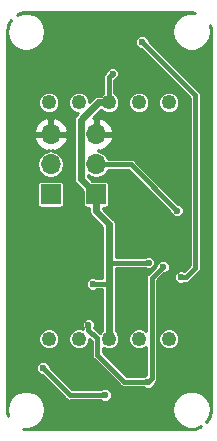
<source format=gbr>
G04 #@! TF.GenerationSoftware,KiCad,Pcbnew,(5.0.0)*
G04 #@! TF.CreationDate,2018-11-25T17:17:40-05:00*
G04 #@! TF.ProjectId,addressable_7seg,6164647265737361626C655F37736567,0.1a*
G04 #@! TF.SameCoordinates,Original*
G04 #@! TF.FileFunction,Copper,L2,Bot,Signal*
G04 #@! TF.FilePolarity,Positive*
%FSLAX46Y46*%
G04 Gerber Fmt 4.6, Leading zero omitted, Abs format (unit mm)*
G04 Created by KiCad (PCBNEW (5.0.0)) date 11/25/18 17:17:40*
%MOMM*%
%LPD*%
G01*
G04 APERTURE LIST*
G04 #@! TA.AperFunction,ComponentPad*
%ADD10C,1.250000*%
G04 #@! TD*
G04 #@! TA.AperFunction,ComponentPad*
%ADD11R,1.700000X1.700000*%
G04 #@! TD*
G04 #@! TA.AperFunction,ComponentPad*
%ADD12O,1.700000X1.700000*%
G04 #@! TD*
G04 #@! TA.AperFunction,ViaPad*
%ADD13C,0.600000*%
G04 #@! TD*
G04 #@! TA.AperFunction,Conductor*
%ADD14C,0.400000*%
G04 #@! TD*
G04 #@! TA.AperFunction,Conductor*
%ADD15C,0.600000*%
G04 #@! TD*
G04 #@! TA.AperFunction,Conductor*
%ADD16C,0.254000*%
G04 #@! TD*
G04 APERTURE END LIST*
D10*
G04 #@! TO.P,U4,1*
G04 #@! TO.N,E*
X175325000Y-135000000D03*
G04 #@! TO.P,U4,2*
G04 #@! TO.N,D*
X172785000Y-135000000D03*
G04 #@! TO.P,U4,3*
G04 #@! TO.N,VCC*
X170245000Y-135000000D03*
G04 #@! TO.P,U4,4*
G04 #@! TO.N,C*
X167705000Y-135000000D03*
G04 #@! TO.P,U4,5*
G04 #@! TO.N,DP*
X165165000Y-135000000D03*
G04 #@! TO.P,U4,6*
G04 #@! TO.N,B*
X165165000Y-115000000D03*
G04 #@! TO.P,U4,7*
G04 #@! TO.N,A*
X167705000Y-115000000D03*
G04 #@! TO.P,U4,8*
G04 #@! TO.N,VCC*
X170245000Y-115000000D03*
G04 #@! TO.P,U4,9*
G04 #@! TO.N,F*
X172785000Y-115000000D03*
G04 #@! TO.P,U4,10*
G04 #@! TO.N,G*
X175325000Y-115000000D03*
G04 #@! TD*
D11*
G04 #@! TO.P,J1,1*
G04 #@! TO.N,VCC*
X169170000Y-122775000D03*
D12*
G04 #@! TO.P,J1,2*
G04 #@! TO.N,OUT*
X169170000Y-120235000D03*
G04 #@! TO.P,J1,3*
G04 #@! TO.N,GND*
X169170000Y-117695000D03*
G04 #@! TD*
D11*
G04 #@! TO.P,J2,1*
G04 #@! TO.N,VCC*
X165320000Y-122775000D03*
D12*
G04 #@! TO.P,J2,2*
G04 #@! TO.N,IN*
X165320000Y-120235000D03*
G04 #@! TO.P,J2,3*
G04 #@! TO.N,GND*
X165320000Y-117695000D03*
G04 #@! TD*
D13*
G04 #@! TO.N,Net-(D1-Pad1)*
X176320000Y-129800000D03*
X173070000Y-109900000D03*
G04 #@! TO.N,VCC*
X168870000Y-130350000D03*
X173620000Y-128550000D03*
X170570000Y-112550000D03*
G04 #@! TO.N,OUT*
X176020000Y-124150000D03*
G04 #@! TO.N,GND*
X176470000Y-136250000D03*
X177520000Y-130850000D03*
X167820000Y-140900000D03*
X172470000Y-131950000D03*
X173270000Y-129450000D03*
G04 #@! TO.N,SET*
X173570000Y-138650000D03*
X174820000Y-128900000D03*
X168520000Y-133800000D03*
G04 #@! TO.N,Net-(R2-Pad2)*
X164670000Y-137500000D03*
X169920000Y-139750000D03*
G04 #@! TD*
D14*
G04 #@! TO.N,Net-(D1-Pad1)*
X176744264Y-129800000D02*
X177570000Y-128974264D01*
X176320000Y-129800000D02*
X176744264Y-129800000D01*
X177570000Y-128974264D02*
X177570000Y-114400000D01*
X177570000Y-114400000D02*
X173070000Y-109900000D01*
D15*
G04 #@! TO.N,VCC*
X169361117Y-115000000D02*
X170245000Y-115000000D01*
X167869999Y-116491118D02*
X169361117Y-115000000D01*
X167869999Y-121474999D02*
X167869999Y-116491118D01*
X169170000Y-122775000D02*
X167869999Y-121474999D01*
X169170000Y-124225000D02*
X169170000Y-122775000D01*
X170245000Y-125300000D02*
X169170000Y-124225000D01*
D14*
X169294264Y-130350000D02*
X170245000Y-130350000D01*
X168870000Y-130350000D02*
X169294264Y-130350000D01*
D15*
X170245000Y-135000000D02*
X170245000Y-130350000D01*
D14*
X173195736Y-128550000D02*
X170245000Y-128550000D01*
X173620000Y-128550000D02*
X173195736Y-128550000D01*
D15*
X170245000Y-130350000D02*
X170245000Y-128550000D01*
X170245000Y-128550000D02*
X170245000Y-125300000D01*
D14*
X170245000Y-115000000D02*
X170245000Y-112875000D01*
X170245000Y-112875000D02*
X170570000Y-112550000D01*
G04 #@! TO.N,OUT*
X172105000Y-120235000D02*
X169170000Y-120235000D01*
X176020000Y-124150000D02*
X172105000Y-120235000D01*
G04 #@! TO.N,SET*
X173869999Y-129850001D02*
X174820000Y-128900000D01*
X173570000Y-138650000D02*
X173869999Y-138350001D01*
X173869999Y-138350001D02*
X173869999Y-129850001D01*
X171570000Y-138650000D02*
X173570000Y-138650000D01*
X169269999Y-136349999D02*
X171570000Y-138650000D01*
X169269999Y-134974263D02*
X169269999Y-136349999D01*
X168520000Y-133800000D02*
X168520000Y-134224264D01*
X168520000Y-134224264D02*
X169269999Y-134974263D01*
G04 #@! TO.N,Net-(R2-Pad2)*
X164670000Y-137500000D02*
X166920000Y-139750000D01*
X166920000Y-139750000D02*
X169920000Y-139750000D01*
G04 #@! TD*
D16*
G04 #@! TO.N,GND*
G36*
X177503392Y-107398818D02*
X176961974Y-107398818D01*
X176431000Y-107592077D01*
X175998146Y-107955285D01*
X175715620Y-108444633D01*
X175617500Y-109001100D01*
X175715620Y-109557567D01*
X175998146Y-110046915D01*
X176431000Y-110410123D01*
X176961974Y-110603382D01*
X177527026Y-110603382D01*
X178058000Y-110410123D01*
X178490854Y-110046915D01*
X178773380Y-109557567D01*
X178871500Y-109001100D01*
X178775508Y-108456701D01*
X178869388Y-108770615D01*
X178887500Y-109014341D01*
X178887501Y-140975663D01*
X178817965Y-141461213D01*
X178625582Y-141884338D01*
X178501735Y-142028068D01*
X178773380Y-141557567D01*
X178871500Y-141001100D01*
X178773380Y-140444633D01*
X178490854Y-139955285D01*
X178058000Y-139592077D01*
X177527026Y-139398818D01*
X176961974Y-139398818D01*
X176431000Y-139592077D01*
X175998146Y-139955285D01*
X175715620Y-140444633D01*
X175617500Y-141001100D01*
X175715620Y-141557567D01*
X175998146Y-142046915D01*
X176431000Y-142410123D01*
X176961974Y-142603382D01*
X177527026Y-142603382D01*
X178049432Y-142413241D01*
X177932132Y-142489272D01*
X177474985Y-142625988D01*
X177231259Y-142644100D01*
X163269930Y-142644100D01*
X162985608Y-142603382D01*
X163527026Y-142603382D01*
X164058000Y-142410123D01*
X164490854Y-142046915D01*
X164773380Y-141557567D01*
X164871500Y-141001100D01*
X164773380Y-140444633D01*
X164490854Y-139955285D01*
X164058000Y-139592077D01*
X163527026Y-139398818D01*
X162961974Y-139398818D01*
X162431000Y-139592077D01*
X161998146Y-139955285D01*
X161715620Y-140444633D01*
X161617500Y-141001100D01*
X161713492Y-141545497D01*
X161619612Y-141231585D01*
X161601500Y-140987859D01*
X161601500Y-137385228D01*
X164093000Y-137385228D01*
X164093000Y-137614772D01*
X164180843Y-137826844D01*
X164343156Y-137989157D01*
X164555228Y-138077000D01*
X164572421Y-138077000D01*
X166549494Y-140054074D01*
X166576103Y-140093897D01*
X166615926Y-140120506D01*
X166733884Y-140199323D01*
X166920000Y-140236344D01*
X166966975Y-140227000D01*
X169580999Y-140227000D01*
X169593156Y-140239157D01*
X169805228Y-140327000D01*
X170034772Y-140327000D01*
X170246844Y-140239157D01*
X170409157Y-140076844D01*
X170497000Y-139864772D01*
X170497000Y-139635228D01*
X170409157Y-139423156D01*
X170246844Y-139260843D01*
X170034772Y-139173000D01*
X169805228Y-139173000D01*
X169593156Y-139260843D01*
X169580999Y-139273000D01*
X167117580Y-139273000D01*
X165247000Y-137402421D01*
X165247000Y-137385228D01*
X165159157Y-137173156D01*
X164996844Y-137010843D01*
X164784772Y-136923000D01*
X164555228Y-136923000D01*
X164343156Y-137010843D01*
X164180843Y-137173156D01*
X164093000Y-137385228D01*
X161601500Y-137385228D01*
X161601500Y-134820581D01*
X164263000Y-134820581D01*
X164263000Y-135179419D01*
X164400322Y-135510942D01*
X164654058Y-135764678D01*
X164985581Y-135902000D01*
X165344419Y-135902000D01*
X165675942Y-135764678D01*
X165929678Y-135510942D01*
X166067000Y-135179419D01*
X166067000Y-134820581D01*
X165929678Y-134489058D01*
X165675942Y-134235322D01*
X165344419Y-134098000D01*
X164985581Y-134098000D01*
X164654058Y-134235322D01*
X164400322Y-134489058D01*
X164263000Y-134820581D01*
X161601500Y-134820581D01*
X161601500Y-121925000D01*
X164187574Y-121925000D01*
X164187574Y-123625000D01*
X164209072Y-123733080D01*
X164270295Y-123824705D01*
X164361920Y-123885928D01*
X164470000Y-123907426D01*
X166170000Y-123907426D01*
X166278080Y-123885928D01*
X166369705Y-123824705D01*
X166430928Y-123733080D01*
X166452426Y-123625000D01*
X166452426Y-121925000D01*
X166430928Y-121816920D01*
X166369705Y-121725295D01*
X166278080Y-121664072D01*
X166170000Y-121642574D01*
X164470000Y-121642574D01*
X164361920Y-121664072D01*
X164270295Y-121725295D01*
X164209072Y-121816920D01*
X164187574Y-121925000D01*
X161601500Y-121925000D01*
X161601500Y-118051890D01*
X163878524Y-118051890D01*
X164048355Y-118461924D01*
X164438642Y-118890183D01*
X164963108Y-119136486D01*
X165192998Y-119015820D01*
X165192998Y-119111183D01*
X164880267Y-119173389D01*
X164507478Y-119422478D01*
X164258389Y-119795267D01*
X164170921Y-120235000D01*
X164258389Y-120674733D01*
X164507478Y-121047522D01*
X164880267Y-121296611D01*
X165209001Y-121362000D01*
X165430999Y-121362000D01*
X165759733Y-121296611D01*
X166132522Y-121047522D01*
X166381611Y-120674733D01*
X166469079Y-120235000D01*
X166381611Y-119795267D01*
X166132522Y-119422478D01*
X165759733Y-119173389D01*
X165447002Y-119111183D01*
X165447002Y-119015820D01*
X165676892Y-119136486D01*
X166201358Y-118890183D01*
X166591645Y-118461924D01*
X166761476Y-118051890D01*
X166640155Y-117822000D01*
X165447000Y-117822000D01*
X165447000Y-117842000D01*
X165193000Y-117842000D01*
X165193000Y-117822000D01*
X163999845Y-117822000D01*
X163878524Y-118051890D01*
X161601500Y-118051890D01*
X161601500Y-117338110D01*
X163878524Y-117338110D01*
X163999845Y-117568000D01*
X165193000Y-117568000D01*
X165193000Y-116374181D01*
X165447000Y-116374181D01*
X165447000Y-117568000D01*
X166640155Y-117568000D01*
X166761476Y-117338110D01*
X166591645Y-116928076D01*
X166201358Y-116499817D01*
X165676892Y-116253514D01*
X165447000Y-116374181D01*
X165193000Y-116374181D01*
X164963108Y-116253514D01*
X164438642Y-116499817D01*
X164048355Y-116928076D01*
X163878524Y-117338110D01*
X161601500Y-117338110D01*
X161601500Y-114820581D01*
X164263000Y-114820581D01*
X164263000Y-115179419D01*
X164400322Y-115510942D01*
X164654058Y-115764678D01*
X164985581Y-115902000D01*
X165344419Y-115902000D01*
X165675942Y-115764678D01*
X165929678Y-115510942D01*
X166067000Y-115179419D01*
X166067000Y-114820581D01*
X166803000Y-114820581D01*
X166803000Y-115179419D01*
X166940322Y-115510942D01*
X167194058Y-115764678D01*
X167525581Y-115902000D01*
X167643117Y-115902000D01*
X167502185Y-116042932D01*
X167454006Y-116075124D01*
X167421815Y-116123302D01*
X167326478Y-116265984D01*
X167281695Y-116491118D01*
X167293000Y-116547951D01*
X167292999Y-121418171D01*
X167281695Y-121474999D01*
X167292999Y-121531827D01*
X167326477Y-121700132D01*
X167454005Y-121890993D01*
X167502187Y-121923187D01*
X168037574Y-122458574D01*
X168037574Y-123625000D01*
X168059072Y-123733080D01*
X168120295Y-123824705D01*
X168211920Y-123885928D01*
X168320000Y-123907426D01*
X168593000Y-123907426D01*
X168593000Y-124168172D01*
X168581696Y-124225000D01*
X168593000Y-124281828D01*
X168626478Y-124450133D01*
X168754006Y-124640994D01*
X168802188Y-124673188D01*
X169668001Y-125539003D01*
X169668000Y-128606828D01*
X169668001Y-128606833D01*
X169668000Y-129873000D01*
X169209001Y-129873000D01*
X169196844Y-129860843D01*
X168984772Y-129773000D01*
X168755228Y-129773000D01*
X168543156Y-129860843D01*
X168380843Y-130023156D01*
X168293000Y-130235228D01*
X168293000Y-130464772D01*
X168380843Y-130676844D01*
X168543156Y-130839157D01*
X168755228Y-130927000D01*
X168984772Y-130927000D01*
X169196844Y-130839157D01*
X169209001Y-130827000D01*
X169668001Y-130827000D01*
X169668000Y-134301380D01*
X169480322Y-134489058D01*
X169474186Y-134503871D01*
X169034932Y-134064617D01*
X169097000Y-133914772D01*
X169097000Y-133685228D01*
X169009157Y-133473156D01*
X168846844Y-133310843D01*
X168634772Y-133223000D01*
X168405228Y-133223000D01*
X168193156Y-133310843D01*
X168030843Y-133473156D01*
X167943000Y-133685228D01*
X167943000Y-133914772D01*
X168030843Y-134126844D01*
X168043000Y-134139001D01*
X168043000Y-134163687D01*
X167884419Y-134098000D01*
X167525581Y-134098000D01*
X167194058Y-134235322D01*
X166940322Y-134489058D01*
X166803000Y-134820581D01*
X166803000Y-135179419D01*
X166940322Y-135510942D01*
X167194058Y-135764678D01*
X167525581Y-135902000D01*
X167884419Y-135902000D01*
X168215942Y-135764678D01*
X168469678Y-135510942D01*
X168607000Y-135179419D01*
X168607000Y-134985844D01*
X168792999Y-135171843D01*
X168793000Y-136303023D01*
X168783656Y-136349999D01*
X168820676Y-136536114D01*
X168820677Y-136536115D01*
X168926103Y-136693896D01*
X168965926Y-136720505D01*
X171199494Y-138954074D01*
X171226103Y-138993897D01*
X171265926Y-139020506D01*
X171383884Y-139099323D01*
X171570000Y-139136344D01*
X171616975Y-139127000D01*
X173230999Y-139127000D01*
X173243156Y-139139157D01*
X173455228Y-139227000D01*
X173684772Y-139227000D01*
X173896844Y-139139157D01*
X174059157Y-138976844D01*
X174147000Y-138764772D01*
X174147000Y-138747579D01*
X174174071Y-138720508D01*
X174213896Y-138693898D01*
X174319322Y-138536117D01*
X174346999Y-138396976D01*
X174346999Y-138396975D01*
X174356343Y-138350001D01*
X174346999Y-138303026D01*
X174346999Y-134820581D01*
X174423000Y-134820581D01*
X174423000Y-135179419D01*
X174560322Y-135510942D01*
X174814058Y-135764678D01*
X175145581Y-135902000D01*
X175504419Y-135902000D01*
X175835942Y-135764678D01*
X176089678Y-135510942D01*
X176227000Y-135179419D01*
X176227000Y-134820581D01*
X176089678Y-134489058D01*
X175835942Y-134235322D01*
X175504419Y-134098000D01*
X175145581Y-134098000D01*
X174814058Y-134235322D01*
X174560322Y-134489058D01*
X174423000Y-134820581D01*
X174346999Y-134820581D01*
X174346999Y-130047580D01*
X174917580Y-129477000D01*
X174934772Y-129477000D01*
X175146844Y-129389157D01*
X175309157Y-129226844D01*
X175397000Y-129014772D01*
X175397000Y-128785228D01*
X175309157Y-128573156D01*
X175146844Y-128410843D01*
X174934772Y-128323000D01*
X174705228Y-128323000D01*
X174493156Y-128410843D01*
X174330843Y-128573156D01*
X174243000Y-128785228D01*
X174243000Y-128802420D01*
X173565926Y-129479495D01*
X173526103Y-129506104D01*
X173499494Y-129545927D01*
X173499493Y-129545928D01*
X173420676Y-129663886D01*
X173383656Y-129850001D01*
X173393000Y-129896977D01*
X173392999Y-134332379D01*
X173295942Y-134235322D01*
X172964419Y-134098000D01*
X172605581Y-134098000D01*
X172274058Y-134235322D01*
X172020322Y-134489058D01*
X171883000Y-134820581D01*
X171883000Y-135179419D01*
X172020322Y-135510942D01*
X172274058Y-135764678D01*
X172605581Y-135902000D01*
X172964419Y-135902000D01*
X173295942Y-135764678D01*
X173392999Y-135667621D01*
X173392999Y-138098776D01*
X173243156Y-138160843D01*
X173230999Y-138173000D01*
X171767580Y-138173000D01*
X169746999Y-136152420D01*
X169746999Y-135770038D01*
X170065581Y-135902000D01*
X170424419Y-135902000D01*
X170755942Y-135764678D01*
X171009678Y-135510942D01*
X171147000Y-135179419D01*
X171147000Y-134820581D01*
X171009678Y-134489058D01*
X170822000Y-134301380D01*
X170822000Y-129027000D01*
X173280999Y-129027000D01*
X173293156Y-129039157D01*
X173505228Y-129127000D01*
X173734772Y-129127000D01*
X173946844Y-129039157D01*
X174109157Y-128876844D01*
X174197000Y-128664772D01*
X174197000Y-128435228D01*
X174109157Y-128223156D01*
X173946844Y-128060843D01*
X173734772Y-127973000D01*
X173505228Y-127973000D01*
X173293156Y-128060843D01*
X173280999Y-128073000D01*
X170822000Y-128073000D01*
X170822000Y-125356829D01*
X170833304Y-125300000D01*
X170788522Y-125074865D01*
X170693185Y-124932183D01*
X170693184Y-124932182D01*
X170660994Y-124884006D01*
X170612817Y-124851816D01*
X169747000Y-123986000D01*
X169747000Y-123907426D01*
X170020000Y-123907426D01*
X170128080Y-123885928D01*
X170219705Y-123824705D01*
X170280928Y-123733080D01*
X170302426Y-123625000D01*
X170302426Y-121925000D01*
X170280928Y-121816920D01*
X170219705Y-121725295D01*
X170128080Y-121664072D01*
X170020000Y-121642574D01*
X168853574Y-121642574D01*
X168446999Y-121235999D01*
X168446999Y-121107338D01*
X168730267Y-121296611D01*
X169059001Y-121362000D01*
X169280999Y-121362000D01*
X169609733Y-121296611D01*
X169982522Y-121047522D01*
X170206710Y-120712000D01*
X171907421Y-120712000D01*
X175443000Y-124247580D01*
X175443000Y-124264772D01*
X175530843Y-124476844D01*
X175693156Y-124639157D01*
X175905228Y-124727000D01*
X176134772Y-124727000D01*
X176346844Y-124639157D01*
X176509157Y-124476844D01*
X176597000Y-124264772D01*
X176597000Y-124035228D01*
X176509157Y-123823156D01*
X176346844Y-123660843D01*
X176134772Y-123573000D01*
X176117580Y-123573000D01*
X172475508Y-119930929D01*
X172448897Y-119891103D01*
X172291116Y-119785677D01*
X172151975Y-119758000D01*
X172151971Y-119758000D01*
X172105000Y-119748657D01*
X172058029Y-119758000D01*
X170206710Y-119758000D01*
X169982522Y-119422478D01*
X169609733Y-119173389D01*
X169297002Y-119111183D01*
X169297002Y-119015820D01*
X169526892Y-119136486D01*
X170051358Y-118890183D01*
X170441645Y-118461924D01*
X170611476Y-118051890D01*
X170490155Y-117822000D01*
X169297000Y-117822000D01*
X169297000Y-117842000D01*
X169043000Y-117842000D01*
X169043000Y-117822000D01*
X169023000Y-117822000D01*
X169023000Y-117568000D01*
X169043000Y-117568000D01*
X169043000Y-116374181D01*
X169297000Y-116374181D01*
X169297000Y-117568000D01*
X170490155Y-117568000D01*
X170611476Y-117338110D01*
X170441645Y-116928076D01*
X170051358Y-116499817D01*
X169526892Y-116253514D01*
X169297000Y-116374181D01*
X169043000Y-116374181D01*
X168885569Y-116291548D01*
X169573249Y-115603869D01*
X169734058Y-115764678D01*
X170065581Y-115902000D01*
X170424419Y-115902000D01*
X170755942Y-115764678D01*
X171009678Y-115510942D01*
X171147000Y-115179419D01*
X171147000Y-114820581D01*
X171883000Y-114820581D01*
X171883000Y-115179419D01*
X172020322Y-115510942D01*
X172274058Y-115764678D01*
X172605581Y-115902000D01*
X172964419Y-115902000D01*
X173295942Y-115764678D01*
X173549678Y-115510942D01*
X173687000Y-115179419D01*
X173687000Y-114820581D01*
X174423000Y-114820581D01*
X174423000Y-115179419D01*
X174560322Y-115510942D01*
X174814058Y-115764678D01*
X175145581Y-115902000D01*
X175504419Y-115902000D01*
X175835942Y-115764678D01*
X176089678Y-115510942D01*
X176227000Y-115179419D01*
X176227000Y-114820581D01*
X176089678Y-114489058D01*
X175835942Y-114235322D01*
X175504419Y-114098000D01*
X175145581Y-114098000D01*
X174814058Y-114235322D01*
X174560322Y-114489058D01*
X174423000Y-114820581D01*
X173687000Y-114820581D01*
X173549678Y-114489058D01*
X173295942Y-114235322D01*
X172964419Y-114098000D01*
X172605581Y-114098000D01*
X172274058Y-114235322D01*
X172020322Y-114489058D01*
X171883000Y-114820581D01*
X171147000Y-114820581D01*
X171009678Y-114489058D01*
X170755942Y-114235322D01*
X170722000Y-114221263D01*
X170722000Y-113111580D01*
X170896844Y-113039157D01*
X171059157Y-112876844D01*
X171147000Y-112664772D01*
X171147000Y-112435228D01*
X171059157Y-112223156D01*
X170896844Y-112060843D01*
X170684772Y-111973000D01*
X170455228Y-111973000D01*
X170243156Y-112060843D01*
X170080843Y-112223156D01*
X169993000Y-112435228D01*
X169993000Y-112452421D01*
X169940927Y-112504494D01*
X169901104Y-112531103D01*
X169874495Y-112570926D01*
X169874494Y-112570927D01*
X169795677Y-112688885D01*
X169758657Y-112875000D01*
X169768001Y-112921976D01*
X169768000Y-114221263D01*
X169734058Y-114235322D01*
X169546380Y-114423000D01*
X169417944Y-114423000D01*
X169361116Y-114411696D01*
X169304288Y-114423000D01*
X169135983Y-114456478D01*
X168945123Y-114584006D01*
X168912931Y-114632185D01*
X168607000Y-114938116D01*
X168607000Y-114820581D01*
X168469678Y-114489058D01*
X168215942Y-114235322D01*
X167884419Y-114098000D01*
X167525581Y-114098000D01*
X167194058Y-114235322D01*
X166940322Y-114489058D01*
X166803000Y-114820581D01*
X166067000Y-114820581D01*
X165929678Y-114489058D01*
X165675942Y-114235322D01*
X165344419Y-114098000D01*
X164985581Y-114098000D01*
X164654058Y-114235322D01*
X164400322Y-114489058D01*
X164263000Y-114820581D01*
X161601500Y-114820581D01*
X161601500Y-109026530D01*
X161671035Y-108540988D01*
X161863419Y-108117862D01*
X161987264Y-107974132D01*
X161715620Y-108444633D01*
X161617500Y-109001100D01*
X161715620Y-109557567D01*
X161998146Y-110046915D01*
X162431000Y-110410123D01*
X162961974Y-110603382D01*
X163527026Y-110603382D01*
X164058000Y-110410123D01*
X164490854Y-110046915D01*
X164641939Y-109785228D01*
X172493000Y-109785228D01*
X172493000Y-110014772D01*
X172580843Y-110226844D01*
X172743156Y-110389157D01*
X172955228Y-110477000D01*
X172972421Y-110477000D01*
X177093001Y-114597581D01*
X177093000Y-128776684D01*
X176584617Y-129285068D01*
X176434772Y-129223000D01*
X176205228Y-129223000D01*
X175993156Y-129310843D01*
X175830843Y-129473156D01*
X175743000Y-129685228D01*
X175743000Y-129914772D01*
X175830843Y-130126844D01*
X175993156Y-130289157D01*
X176205228Y-130377000D01*
X176434772Y-130377000D01*
X176646844Y-130289157D01*
X176659001Y-130277000D01*
X176697293Y-130277000D01*
X176744264Y-130286343D01*
X176791235Y-130277000D01*
X176791239Y-130277000D01*
X176930380Y-130249323D01*
X177088161Y-130143897D01*
X177114772Y-130104071D01*
X177874075Y-129344769D01*
X177913897Y-129318161D01*
X178019323Y-129160380D01*
X178047000Y-129021239D01*
X178047000Y-129021236D01*
X178056343Y-128974265D01*
X178047000Y-128927294D01*
X178047000Y-114446970D01*
X178056343Y-114399999D01*
X178047000Y-114353028D01*
X178047000Y-114353025D01*
X178019323Y-114213884D01*
X177913897Y-114056103D01*
X177874074Y-114029494D01*
X173647000Y-109802421D01*
X173647000Y-109785228D01*
X173559157Y-109573156D01*
X173396844Y-109410843D01*
X173184772Y-109323000D01*
X172955228Y-109323000D01*
X172743156Y-109410843D01*
X172580843Y-109573156D01*
X172493000Y-109785228D01*
X164641939Y-109785228D01*
X164773380Y-109557567D01*
X164871500Y-109001100D01*
X164773380Y-108444633D01*
X164490854Y-107955285D01*
X164058000Y-107592077D01*
X163527026Y-107398818D01*
X162961974Y-107398818D01*
X162439568Y-107588959D01*
X162556869Y-107512928D01*
X163014015Y-107376212D01*
X163257741Y-107358100D01*
X177219070Y-107358100D01*
X177503392Y-107398818D01*
X177503392Y-107398818D01*
G37*
X177503392Y-107398818D02*
X176961974Y-107398818D01*
X176431000Y-107592077D01*
X175998146Y-107955285D01*
X175715620Y-108444633D01*
X175617500Y-109001100D01*
X175715620Y-109557567D01*
X175998146Y-110046915D01*
X176431000Y-110410123D01*
X176961974Y-110603382D01*
X177527026Y-110603382D01*
X178058000Y-110410123D01*
X178490854Y-110046915D01*
X178773380Y-109557567D01*
X178871500Y-109001100D01*
X178775508Y-108456701D01*
X178869388Y-108770615D01*
X178887500Y-109014341D01*
X178887501Y-140975663D01*
X178817965Y-141461213D01*
X178625582Y-141884338D01*
X178501735Y-142028068D01*
X178773380Y-141557567D01*
X178871500Y-141001100D01*
X178773380Y-140444633D01*
X178490854Y-139955285D01*
X178058000Y-139592077D01*
X177527026Y-139398818D01*
X176961974Y-139398818D01*
X176431000Y-139592077D01*
X175998146Y-139955285D01*
X175715620Y-140444633D01*
X175617500Y-141001100D01*
X175715620Y-141557567D01*
X175998146Y-142046915D01*
X176431000Y-142410123D01*
X176961974Y-142603382D01*
X177527026Y-142603382D01*
X178049432Y-142413241D01*
X177932132Y-142489272D01*
X177474985Y-142625988D01*
X177231259Y-142644100D01*
X163269930Y-142644100D01*
X162985608Y-142603382D01*
X163527026Y-142603382D01*
X164058000Y-142410123D01*
X164490854Y-142046915D01*
X164773380Y-141557567D01*
X164871500Y-141001100D01*
X164773380Y-140444633D01*
X164490854Y-139955285D01*
X164058000Y-139592077D01*
X163527026Y-139398818D01*
X162961974Y-139398818D01*
X162431000Y-139592077D01*
X161998146Y-139955285D01*
X161715620Y-140444633D01*
X161617500Y-141001100D01*
X161713492Y-141545497D01*
X161619612Y-141231585D01*
X161601500Y-140987859D01*
X161601500Y-137385228D01*
X164093000Y-137385228D01*
X164093000Y-137614772D01*
X164180843Y-137826844D01*
X164343156Y-137989157D01*
X164555228Y-138077000D01*
X164572421Y-138077000D01*
X166549494Y-140054074D01*
X166576103Y-140093897D01*
X166615926Y-140120506D01*
X166733884Y-140199323D01*
X166920000Y-140236344D01*
X166966975Y-140227000D01*
X169580999Y-140227000D01*
X169593156Y-140239157D01*
X169805228Y-140327000D01*
X170034772Y-140327000D01*
X170246844Y-140239157D01*
X170409157Y-140076844D01*
X170497000Y-139864772D01*
X170497000Y-139635228D01*
X170409157Y-139423156D01*
X170246844Y-139260843D01*
X170034772Y-139173000D01*
X169805228Y-139173000D01*
X169593156Y-139260843D01*
X169580999Y-139273000D01*
X167117580Y-139273000D01*
X165247000Y-137402421D01*
X165247000Y-137385228D01*
X165159157Y-137173156D01*
X164996844Y-137010843D01*
X164784772Y-136923000D01*
X164555228Y-136923000D01*
X164343156Y-137010843D01*
X164180843Y-137173156D01*
X164093000Y-137385228D01*
X161601500Y-137385228D01*
X161601500Y-134820581D01*
X164263000Y-134820581D01*
X164263000Y-135179419D01*
X164400322Y-135510942D01*
X164654058Y-135764678D01*
X164985581Y-135902000D01*
X165344419Y-135902000D01*
X165675942Y-135764678D01*
X165929678Y-135510942D01*
X166067000Y-135179419D01*
X166067000Y-134820581D01*
X165929678Y-134489058D01*
X165675942Y-134235322D01*
X165344419Y-134098000D01*
X164985581Y-134098000D01*
X164654058Y-134235322D01*
X164400322Y-134489058D01*
X164263000Y-134820581D01*
X161601500Y-134820581D01*
X161601500Y-121925000D01*
X164187574Y-121925000D01*
X164187574Y-123625000D01*
X164209072Y-123733080D01*
X164270295Y-123824705D01*
X164361920Y-123885928D01*
X164470000Y-123907426D01*
X166170000Y-123907426D01*
X166278080Y-123885928D01*
X166369705Y-123824705D01*
X166430928Y-123733080D01*
X166452426Y-123625000D01*
X166452426Y-121925000D01*
X166430928Y-121816920D01*
X166369705Y-121725295D01*
X166278080Y-121664072D01*
X166170000Y-121642574D01*
X164470000Y-121642574D01*
X164361920Y-121664072D01*
X164270295Y-121725295D01*
X164209072Y-121816920D01*
X164187574Y-121925000D01*
X161601500Y-121925000D01*
X161601500Y-118051890D01*
X163878524Y-118051890D01*
X164048355Y-118461924D01*
X164438642Y-118890183D01*
X164963108Y-119136486D01*
X165192998Y-119015820D01*
X165192998Y-119111183D01*
X164880267Y-119173389D01*
X164507478Y-119422478D01*
X164258389Y-119795267D01*
X164170921Y-120235000D01*
X164258389Y-120674733D01*
X164507478Y-121047522D01*
X164880267Y-121296611D01*
X165209001Y-121362000D01*
X165430999Y-121362000D01*
X165759733Y-121296611D01*
X166132522Y-121047522D01*
X166381611Y-120674733D01*
X166469079Y-120235000D01*
X166381611Y-119795267D01*
X166132522Y-119422478D01*
X165759733Y-119173389D01*
X165447002Y-119111183D01*
X165447002Y-119015820D01*
X165676892Y-119136486D01*
X166201358Y-118890183D01*
X166591645Y-118461924D01*
X166761476Y-118051890D01*
X166640155Y-117822000D01*
X165447000Y-117822000D01*
X165447000Y-117842000D01*
X165193000Y-117842000D01*
X165193000Y-117822000D01*
X163999845Y-117822000D01*
X163878524Y-118051890D01*
X161601500Y-118051890D01*
X161601500Y-117338110D01*
X163878524Y-117338110D01*
X163999845Y-117568000D01*
X165193000Y-117568000D01*
X165193000Y-116374181D01*
X165447000Y-116374181D01*
X165447000Y-117568000D01*
X166640155Y-117568000D01*
X166761476Y-117338110D01*
X166591645Y-116928076D01*
X166201358Y-116499817D01*
X165676892Y-116253514D01*
X165447000Y-116374181D01*
X165193000Y-116374181D01*
X164963108Y-116253514D01*
X164438642Y-116499817D01*
X164048355Y-116928076D01*
X163878524Y-117338110D01*
X161601500Y-117338110D01*
X161601500Y-114820581D01*
X164263000Y-114820581D01*
X164263000Y-115179419D01*
X164400322Y-115510942D01*
X164654058Y-115764678D01*
X164985581Y-115902000D01*
X165344419Y-115902000D01*
X165675942Y-115764678D01*
X165929678Y-115510942D01*
X166067000Y-115179419D01*
X166067000Y-114820581D01*
X166803000Y-114820581D01*
X166803000Y-115179419D01*
X166940322Y-115510942D01*
X167194058Y-115764678D01*
X167525581Y-115902000D01*
X167643117Y-115902000D01*
X167502185Y-116042932D01*
X167454006Y-116075124D01*
X167421815Y-116123302D01*
X167326478Y-116265984D01*
X167281695Y-116491118D01*
X167293000Y-116547951D01*
X167292999Y-121418171D01*
X167281695Y-121474999D01*
X167292999Y-121531827D01*
X167326477Y-121700132D01*
X167454005Y-121890993D01*
X167502187Y-121923187D01*
X168037574Y-122458574D01*
X168037574Y-123625000D01*
X168059072Y-123733080D01*
X168120295Y-123824705D01*
X168211920Y-123885928D01*
X168320000Y-123907426D01*
X168593000Y-123907426D01*
X168593000Y-124168172D01*
X168581696Y-124225000D01*
X168593000Y-124281828D01*
X168626478Y-124450133D01*
X168754006Y-124640994D01*
X168802188Y-124673188D01*
X169668001Y-125539003D01*
X169668000Y-128606828D01*
X169668001Y-128606833D01*
X169668000Y-129873000D01*
X169209001Y-129873000D01*
X169196844Y-129860843D01*
X168984772Y-129773000D01*
X168755228Y-129773000D01*
X168543156Y-129860843D01*
X168380843Y-130023156D01*
X168293000Y-130235228D01*
X168293000Y-130464772D01*
X168380843Y-130676844D01*
X168543156Y-130839157D01*
X168755228Y-130927000D01*
X168984772Y-130927000D01*
X169196844Y-130839157D01*
X169209001Y-130827000D01*
X169668001Y-130827000D01*
X169668000Y-134301380D01*
X169480322Y-134489058D01*
X169474186Y-134503871D01*
X169034932Y-134064617D01*
X169097000Y-133914772D01*
X169097000Y-133685228D01*
X169009157Y-133473156D01*
X168846844Y-133310843D01*
X168634772Y-133223000D01*
X168405228Y-133223000D01*
X168193156Y-133310843D01*
X168030843Y-133473156D01*
X167943000Y-133685228D01*
X167943000Y-133914772D01*
X168030843Y-134126844D01*
X168043000Y-134139001D01*
X168043000Y-134163687D01*
X167884419Y-134098000D01*
X167525581Y-134098000D01*
X167194058Y-134235322D01*
X166940322Y-134489058D01*
X166803000Y-134820581D01*
X166803000Y-135179419D01*
X166940322Y-135510942D01*
X167194058Y-135764678D01*
X167525581Y-135902000D01*
X167884419Y-135902000D01*
X168215942Y-135764678D01*
X168469678Y-135510942D01*
X168607000Y-135179419D01*
X168607000Y-134985844D01*
X168792999Y-135171843D01*
X168793000Y-136303023D01*
X168783656Y-136349999D01*
X168820676Y-136536114D01*
X168820677Y-136536115D01*
X168926103Y-136693896D01*
X168965926Y-136720505D01*
X171199494Y-138954074D01*
X171226103Y-138993897D01*
X171265926Y-139020506D01*
X171383884Y-139099323D01*
X171570000Y-139136344D01*
X171616975Y-139127000D01*
X173230999Y-139127000D01*
X173243156Y-139139157D01*
X173455228Y-139227000D01*
X173684772Y-139227000D01*
X173896844Y-139139157D01*
X174059157Y-138976844D01*
X174147000Y-138764772D01*
X174147000Y-138747579D01*
X174174071Y-138720508D01*
X174213896Y-138693898D01*
X174319322Y-138536117D01*
X174346999Y-138396976D01*
X174346999Y-138396975D01*
X174356343Y-138350001D01*
X174346999Y-138303026D01*
X174346999Y-134820581D01*
X174423000Y-134820581D01*
X174423000Y-135179419D01*
X174560322Y-135510942D01*
X174814058Y-135764678D01*
X175145581Y-135902000D01*
X175504419Y-135902000D01*
X175835942Y-135764678D01*
X176089678Y-135510942D01*
X176227000Y-135179419D01*
X176227000Y-134820581D01*
X176089678Y-134489058D01*
X175835942Y-134235322D01*
X175504419Y-134098000D01*
X175145581Y-134098000D01*
X174814058Y-134235322D01*
X174560322Y-134489058D01*
X174423000Y-134820581D01*
X174346999Y-134820581D01*
X174346999Y-130047580D01*
X174917580Y-129477000D01*
X174934772Y-129477000D01*
X175146844Y-129389157D01*
X175309157Y-129226844D01*
X175397000Y-129014772D01*
X175397000Y-128785228D01*
X175309157Y-128573156D01*
X175146844Y-128410843D01*
X174934772Y-128323000D01*
X174705228Y-128323000D01*
X174493156Y-128410843D01*
X174330843Y-128573156D01*
X174243000Y-128785228D01*
X174243000Y-128802420D01*
X173565926Y-129479495D01*
X173526103Y-129506104D01*
X173499494Y-129545927D01*
X173499493Y-129545928D01*
X173420676Y-129663886D01*
X173383656Y-129850001D01*
X173393000Y-129896977D01*
X173392999Y-134332379D01*
X173295942Y-134235322D01*
X172964419Y-134098000D01*
X172605581Y-134098000D01*
X172274058Y-134235322D01*
X172020322Y-134489058D01*
X171883000Y-134820581D01*
X171883000Y-135179419D01*
X172020322Y-135510942D01*
X172274058Y-135764678D01*
X172605581Y-135902000D01*
X172964419Y-135902000D01*
X173295942Y-135764678D01*
X173392999Y-135667621D01*
X173392999Y-138098776D01*
X173243156Y-138160843D01*
X173230999Y-138173000D01*
X171767580Y-138173000D01*
X169746999Y-136152420D01*
X169746999Y-135770038D01*
X170065581Y-135902000D01*
X170424419Y-135902000D01*
X170755942Y-135764678D01*
X171009678Y-135510942D01*
X171147000Y-135179419D01*
X171147000Y-134820581D01*
X171009678Y-134489058D01*
X170822000Y-134301380D01*
X170822000Y-129027000D01*
X173280999Y-129027000D01*
X173293156Y-129039157D01*
X173505228Y-129127000D01*
X173734772Y-129127000D01*
X173946844Y-129039157D01*
X174109157Y-128876844D01*
X174197000Y-128664772D01*
X174197000Y-128435228D01*
X174109157Y-128223156D01*
X173946844Y-128060843D01*
X173734772Y-127973000D01*
X173505228Y-127973000D01*
X173293156Y-128060843D01*
X173280999Y-128073000D01*
X170822000Y-128073000D01*
X170822000Y-125356829D01*
X170833304Y-125300000D01*
X170788522Y-125074865D01*
X170693185Y-124932183D01*
X170693184Y-124932182D01*
X170660994Y-124884006D01*
X170612817Y-124851816D01*
X169747000Y-123986000D01*
X169747000Y-123907426D01*
X170020000Y-123907426D01*
X170128080Y-123885928D01*
X170219705Y-123824705D01*
X170280928Y-123733080D01*
X170302426Y-123625000D01*
X170302426Y-121925000D01*
X170280928Y-121816920D01*
X170219705Y-121725295D01*
X170128080Y-121664072D01*
X170020000Y-121642574D01*
X168853574Y-121642574D01*
X168446999Y-121235999D01*
X168446999Y-121107338D01*
X168730267Y-121296611D01*
X169059001Y-121362000D01*
X169280999Y-121362000D01*
X169609733Y-121296611D01*
X169982522Y-121047522D01*
X170206710Y-120712000D01*
X171907421Y-120712000D01*
X175443000Y-124247580D01*
X175443000Y-124264772D01*
X175530843Y-124476844D01*
X175693156Y-124639157D01*
X175905228Y-124727000D01*
X176134772Y-124727000D01*
X176346844Y-124639157D01*
X176509157Y-124476844D01*
X176597000Y-124264772D01*
X176597000Y-124035228D01*
X176509157Y-123823156D01*
X176346844Y-123660843D01*
X176134772Y-123573000D01*
X176117580Y-123573000D01*
X172475508Y-119930929D01*
X172448897Y-119891103D01*
X172291116Y-119785677D01*
X172151975Y-119758000D01*
X172151971Y-119758000D01*
X172105000Y-119748657D01*
X172058029Y-119758000D01*
X170206710Y-119758000D01*
X169982522Y-119422478D01*
X169609733Y-119173389D01*
X169297002Y-119111183D01*
X169297002Y-119015820D01*
X169526892Y-119136486D01*
X170051358Y-118890183D01*
X170441645Y-118461924D01*
X170611476Y-118051890D01*
X170490155Y-117822000D01*
X169297000Y-117822000D01*
X169297000Y-117842000D01*
X169043000Y-117842000D01*
X169043000Y-117822000D01*
X169023000Y-117822000D01*
X169023000Y-117568000D01*
X169043000Y-117568000D01*
X169043000Y-116374181D01*
X169297000Y-116374181D01*
X169297000Y-117568000D01*
X170490155Y-117568000D01*
X170611476Y-117338110D01*
X170441645Y-116928076D01*
X170051358Y-116499817D01*
X169526892Y-116253514D01*
X169297000Y-116374181D01*
X169043000Y-116374181D01*
X168885569Y-116291548D01*
X169573249Y-115603869D01*
X169734058Y-115764678D01*
X170065581Y-115902000D01*
X170424419Y-115902000D01*
X170755942Y-115764678D01*
X171009678Y-115510942D01*
X171147000Y-115179419D01*
X171147000Y-114820581D01*
X171883000Y-114820581D01*
X171883000Y-115179419D01*
X172020322Y-115510942D01*
X172274058Y-115764678D01*
X172605581Y-115902000D01*
X172964419Y-115902000D01*
X173295942Y-115764678D01*
X173549678Y-115510942D01*
X173687000Y-115179419D01*
X173687000Y-114820581D01*
X174423000Y-114820581D01*
X174423000Y-115179419D01*
X174560322Y-115510942D01*
X174814058Y-115764678D01*
X175145581Y-115902000D01*
X175504419Y-115902000D01*
X175835942Y-115764678D01*
X176089678Y-115510942D01*
X176227000Y-115179419D01*
X176227000Y-114820581D01*
X176089678Y-114489058D01*
X175835942Y-114235322D01*
X175504419Y-114098000D01*
X175145581Y-114098000D01*
X174814058Y-114235322D01*
X174560322Y-114489058D01*
X174423000Y-114820581D01*
X173687000Y-114820581D01*
X173549678Y-114489058D01*
X173295942Y-114235322D01*
X172964419Y-114098000D01*
X172605581Y-114098000D01*
X172274058Y-114235322D01*
X172020322Y-114489058D01*
X171883000Y-114820581D01*
X171147000Y-114820581D01*
X171009678Y-114489058D01*
X170755942Y-114235322D01*
X170722000Y-114221263D01*
X170722000Y-113111580D01*
X170896844Y-113039157D01*
X171059157Y-112876844D01*
X171147000Y-112664772D01*
X171147000Y-112435228D01*
X171059157Y-112223156D01*
X170896844Y-112060843D01*
X170684772Y-111973000D01*
X170455228Y-111973000D01*
X170243156Y-112060843D01*
X170080843Y-112223156D01*
X169993000Y-112435228D01*
X169993000Y-112452421D01*
X169940927Y-112504494D01*
X169901104Y-112531103D01*
X169874495Y-112570926D01*
X169874494Y-112570927D01*
X169795677Y-112688885D01*
X169758657Y-112875000D01*
X169768001Y-112921976D01*
X169768000Y-114221263D01*
X169734058Y-114235322D01*
X169546380Y-114423000D01*
X169417944Y-114423000D01*
X169361116Y-114411696D01*
X169304288Y-114423000D01*
X169135983Y-114456478D01*
X168945123Y-114584006D01*
X168912931Y-114632185D01*
X168607000Y-114938116D01*
X168607000Y-114820581D01*
X168469678Y-114489058D01*
X168215942Y-114235322D01*
X167884419Y-114098000D01*
X167525581Y-114098000D01*
X167194058Y-114235322D01*
X166940322Y-114489058D01*
X166803000Y-114820581D01*
X166067000Y-114820581D01*
X165929678Y-114489058D01*
X165675942Y-114235322D01*
X165344419Y-114098000D01*
X164985581Y-114098000D01*
X164654058Y-114235322D01*
X164400322Y-114489058D01*
X164263000Y-114820581D01*
X161601500Y-114820581D01*
X161601500Y-109026530D01*
X161671035Y-108540988D01*
X161863419Y-108117862D01*
X161987264Y-107974132D01*
X161715620Y-108444633D01*
X161617500Y-109001100D01*
X161715620Y-109557567D01*
X161998146Y-110046915D01*
X162431000Y-110410123D01*
X162961974Y-110603382D01*
X163527026Y-110603382D01*
X164058000Y-110410123D01*
X164490854Y-110046915D01*
X164641939Y-109785228D01*
X172493000Y-109785228D01*
X172493000Y-110014772D01*
X172580843Y-110226844D01*
X172743156Y-110389157D01*
X172955228Y-110477000D01*
X172972421Y-110477000D01*
X177093001Y-114597581D01*
X177093000Y-128776684D01*
X176584617Y-129285068D01*
X176434772Y-129223000D01*
X176205228Y-129223000D01*
X175993156Y-129310843D01*
X175830843Y-129473156D01*
X175743000Y-129685228D01*
X175743000Y-129914772D01*
X175830843Y-130126844D01*
X175993156Y-130289157D01*
X176205228Y-130377000D01*
X176434772Y-130377000D01*
X176646844Y-130289157D01*
X176659001Y-130277000D01*
X176697293Y-130277000D01*
X176744264Y-130286343D01*
X176791235Y-130277000D01*
X176791239Y-130277000D01*
X176930380Y-130249323D01*
X177088161Y-130143897D01*
X177114772Y-130104071D01*
X177874075Y-129344769D01*
X177913897Y-129318161D01*
X178019323Y-129160380D01*
X178047000Y-129021239D01*
X178047000Y-129021236D01*
X178056343Y-128974265D01*
X178047000Y-128927294D01*
X178047000Y-114446970D01*
X178056343Y-114399999D01*
X178047000Y-114353028D01*
X178047000Y-114353025D01*
X178019323Y-114213884D01*
X177913897Y-114056103D01*
X177874074Y-114029494D01*
X173647000Y-109802421D01*
X173647000Y-109785228D01*
X173559157Y-109573156D01*
X173396844Y-109410843D01*
X173184772Y-109323000D01*
X172955228Y-109323000D01*
X172743156Y-109410843D01*
X172580843Y-109573156D01*
X172493000Y-109785228D01*
X164641939Y-109785228D01*
X164773380Y-109557567D01*
X164871500Y-109001100D01*
X164773380Y-108444633D01*
X164490854Y-107955285D01*
X164058000Y-107592077D01*
X163527026Y-107398818D01*
X162961974Y-107398818D01*
X162439568Y-107588959D01*
X162556869Y-107512928D01*
X163014015Y-107376212D01*
X163257741Y-107358100D01*
X177219070Y-107358100D01*
X177503392Y-107398818D01*
G04 #@! TD*
M02*

</source>
